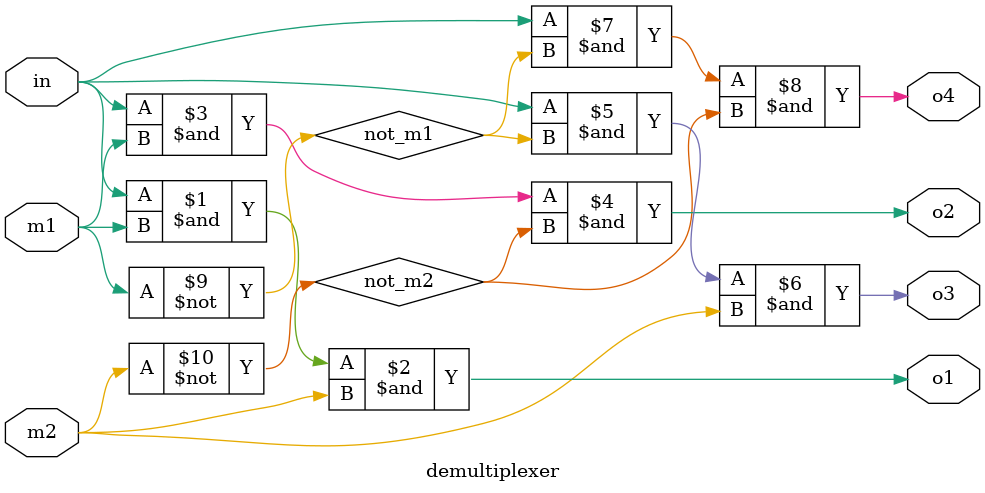
<source format=v>
`timescale 1ns / 1ps

module demultiplexer(
        input m1,
        input m2,
        input in,
        output o1,
        output o2,
        output o3,
        output o4
    );
    
    wire not_m1, not_m2;
    
    not(not_m1, m1);
    not(not_m2, m2);
    
    and(o1, in, m1, m2);
    and(o2, in, m1, not_m2);
    and(o3, in, not_m1, m2);
    and(o4, in, not_m1, not_m2);
endmodule

</source>
